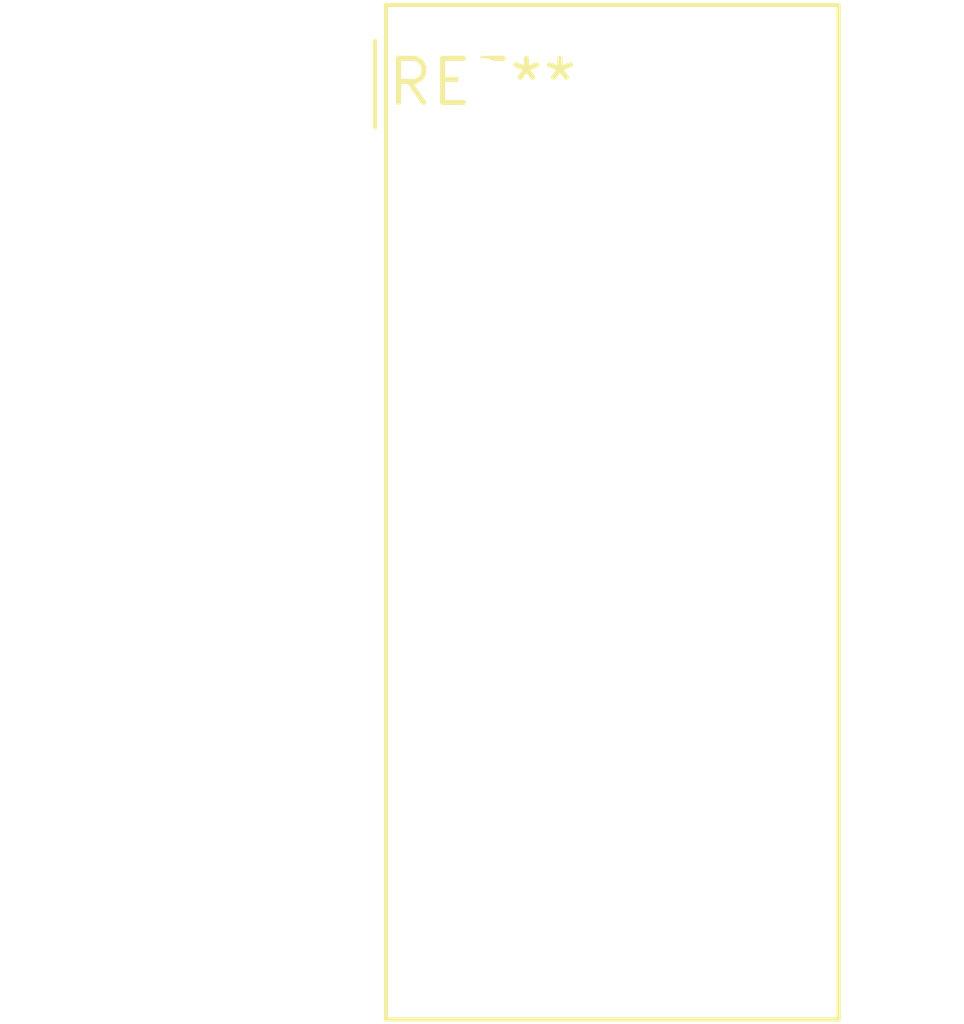
<source format=kicad_pcb>
(kicad_pcb (version 20240108) (generator pcbnew)
  (layers (0 "F.Cu" signal) (31 "B.Cu" signal) (34 "B.Paste" user) (35 "F.Paste" user) (36 "B.SilkS" user "B.Silkscreen") (37 "F.SilkS" user "F.Silkscreen") (38 "B.Mask" user) (39 "F.Mask" user) (44 "Edge.Cuts" user))
  (net 0 "")
  (footprint "Relay_DPDT_Fujitsu_FTR-F1C" (layer "F.Cu") (at 0 0)
    (property "Reference" "REF**")
    (property "Value" "Relay_DPDT_Fujitsu_FTR-F1C")
    (fp_line (start -3.1 -1.2) (end -3.1 1.3) (layer "F.SilkS") (stroke (width 0.12)))
    (fp_line (start -2.78 -2.23) (end 10.28 -2.23) (layer "F.SilkS") (stroke (width 0.12)))
    (fp_line (start -2.78 27.03) (end -2.78 -2.23) (layer "F.SilkS") (stroke (width 0.12)))
    (fp_line (start 10.28 -2.23) (end 10.28 27.03) (layer "F.SilkS") (stroke (width 0.12)))
    (fp_line (start 10.28 27.03) (end -2.78 27.03) (layer "F.SilkS") (stroke (width 0.12)))
    (pad "1" thru_hole rect (at 0 0 270) (size 2.5 2.5) (drill 1.4) (layers *.Cu *.Mask) (remove_unused_layers))
    (pad "2" thru_hole circle (at 0 5 270) (size 2.5 2.5) (drill 1.4) (layers *.Cu *.Mask) (remove_unused_layers))
    (pad "3" thru_hole circle (at 0 10 270) (size 2.5 2.5) (drill 1.4) (layers *.Cu *.Mask) (remove_unused_layers))
    (pad "4" thru_hole circle (at 0 25 270) (size 2.5 2.5) (drill 1.4) (layers *.Cu *.Mask) (remove_unused_layers))
    (pad "5" thru_hole circle (at 7.5 25 270) (size 2.5 2.5) (drill 1.4) (layers *.Cu *.Mask) (remove_unused_layers))
    (pad "6" thru_hole circle (at 7.5 10 270) (size 2.5 2.5) (drill 1.4) (layers *.Cu *.Mask) (remove_unused_layers))
    (pad "7" thru_hole circle (at 7.5 5 270) (size 2.5 2.5) (drill 1.4) (layers *.Cu *.Mask) (remove_unused_layers))
    (pad "8" thru_hole circle (at 7.5 0 270) (size 2.5 2.5) (drill 1.4) (layers *.Cu *.Mask) (remove_unused_layers))
  )
)
</source>
